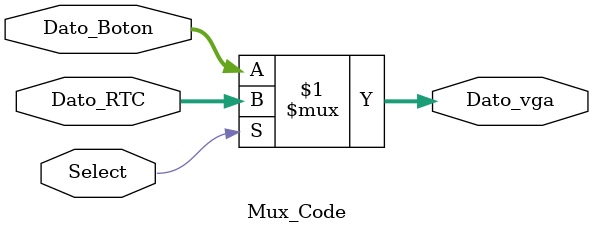
<source format=v>
`timescale 1ns / 1ps
module Mux_Code(
    input [7:0] Dato_RTC, // dato del rtc, dato leido
    input [7:0] Dato_Boton, // dato a programar, dato a enviar al rtc
    input Select,// selector
    output [7:0] Dato_vga // dato a mostrar en vga
    );
	 
assign Dato_vga = Select ? Dato_RTC : Dato_Boton; // mux de dato a mostrar

endmodule

</source>
